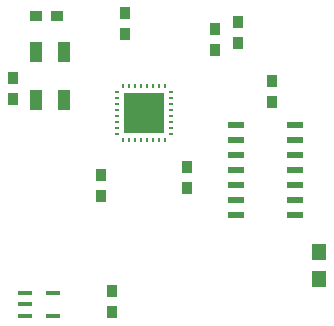
<source format=gbr>
%FSLAX23Y23*%
%MOIN*%
G04 EasyPC Gerber Version 17.0 Build 3379 *
%ADD126R,0.00781X0.01569*%
%ADD107R,0.03537X0.03891*%
%ADD129R,0.04324X0.06687*%
%ADD108R,0.05100X0.05600*%
%ADD128R,0.13380X0.13380*%
%ADD127R,0.01569X0.00781*%
%ADD130R,0.04800X0.01800*%
%ADD125R,0.05387X0.02159*%
%ADD106R,0.03891X0.03537*%
X0Y0D02*
D02*
D106*
X3243Y1530D03*
X3313D03*
D02*
D107*
X3167Y1253D03*
Y1323D03*
X3461Y930D03*
Y1000D03*
X3495Y544D03*
Y614D03*
X3539Y1470D03*
Y1540D03*
X3747Y957D03*
Y1027D03*
X3840Y1417D03*
Y1487D03*
X3916Y1439D03*
Y1509D03*
X4029Y1245D03*
Y1315D03*
D02*
D108*
X4186Y653D03*
Y743D03*
D02*
D125*
X3909Y867D03*
Y917D03*
Y967D03*
Y1017D03*
Y1067D03*
Y1117D03*
Y1167D03*
X4107Y867D03*
Y917D03*
Y967D03*
Y1017D03*
Y1067D03*
Y1117D03*
Y1167D03*
D02*
D126*
X3534Y1118D03*
Y1297D03*
X3554Y1118D03*
Y1297D03*
X3574Y1118D03*
Y1297D03*
X3593Y1118D03*
Y1297D03*
X3613Y1118D03*
Y1297D03*
X3633Y1118D03*
Y1297D03*
X3653Y1118D03*
Y1297D03*
X3672Y1118D03*
Y1297D03*
D02*
D127*
X3514Y1138D03*
Y1158D03*
Y1178D03*
Y1197D03*
Y1217D03*
Y1237D03*
Y1256D03*
Y1276D03*
X3693Y1138D03*
Y1158D03*
Y1178D03*
Y1197D03*
Y1217D03*
Y1237D03*
Y1256D03*
Y1276D03*
D02*
D128*
X3603Y1207D03*
D02*
D129*
X3242Y1252D03*
Y1410D03*
X3337Y1252D03*
Y1410D03*
D02*
D130*
X3207Y532D03*
Y569D03*
Y606D03*
X3299Y532D03*
Y606D03*
X0Y0D02*
M02*

</source>
